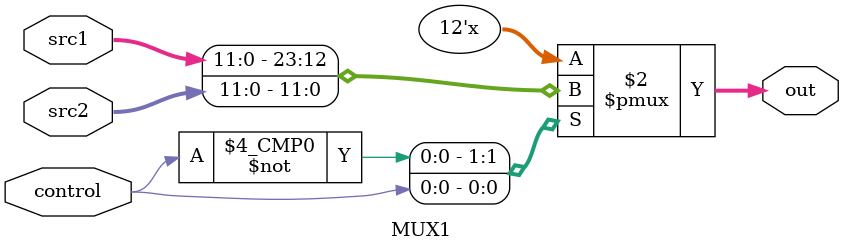
<source format=v>
`timescale 1ns / 1ps

// 12-bit MUX1
module MUX1(
        input wire [11:0] src1,
        input wire [11:0] src2,
        input wire control,
        output reg [11:0] out
    );


    always @(*) begin
        case (control)
            1'b0:
                begin out = src1; end

            1'b1:
                begin out = src2; end
        endcase
    end
endmodule

</source>
